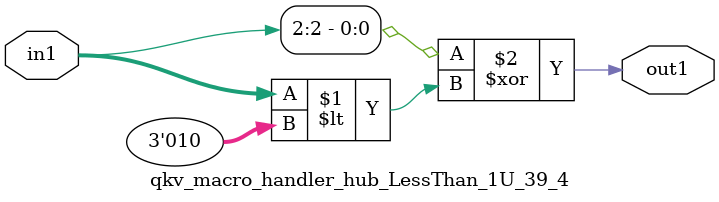
<source format=v>

`timescale 1ps / 1ps


module qkv_macro_handler_hub_LessThan_1U_39_4( in1, out1 );

    input [2:0] in1;
    output out1;

    
    // rtl_process:qkv_macro_handler_hub_LessThan_1U_39_4/qkv_macro_handler_hub_LessThan_1U_39_4_thread_1
    assign out1 = (in1[2] ^ in1 < 3'd2);

endmodule


</source>
